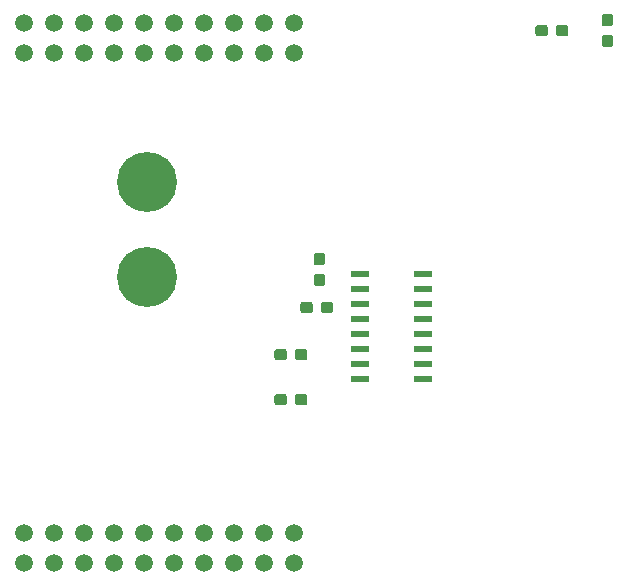
<source format=gbr>
G04 #@! TF.GenerationSoftware,KiCad,Pcbnew,(5.0.0)*
G04 #@! TF.CreationDate,2018-10-11T10:24:37-05:00*
G04 #@! TF.ProjectId,DriveBoard_Hardware,4472697665426F6172645F4861726477,rev?*
G04 #@! TF.SameCoordinates,Original*
G04 #@! TF.FileFunction,Paste,Top*
G04 #@! TF.FilePolarity,Positive*
%FSLAX46Y46*%
G04 Gerber Fmt 4.6, Leading zero omitted, Abs format (unit mm)*
G04 Created by KiCad (PCBNEW (5.0.0)) date 10/11/18 10:24:37*
%MOMM*%
%LPD*%
G01*
G04 APERTURE LIST*
%ADD10C,0.100000*%
%ADD11C,0.950000*%
%ADD12C,5.080000*%
%ADD13C,1.520000*%
%ADD14R,1.500000X0.600000*%
G04 APERTURE END LIST*
D10*
G04 #@! TO.C,C1*
G36*
X99193779Y-93481544D02*
X99216834Y-93484963D01*
X99239443Y-93490627D01*
X99261387Y-93498479D01*
X99282457Y-93508444D01*
X99302448Y-93520426D01*
X99321168Y-93534310D01*
X99338438Y-93549962D01*
X99354090Y-93567232D01*
X99367974Y-93585952D01*
X99379956Y-93605943D01*
X99389921Y-93627013D01*
X99397773Y-93648957D01*
X99403437Y-93671566D01*
X99406856Y-93694621D01*
X99408000Y-93717900D01*
X99408000Y-94292900D01*
X99406856Y-94316179D01*
X99403437Y-94339234D01*
X99397773Y-94361843D01*
X99389921Y-94383787D01*
X99379956Y-94404857D01*
X99367974Y-94424848D01*
X99354090Y-94443568D01*
X99338438Y-94460838D01*
X99321168Y-94476490D01*
X99302448Y-94490374D01*
X99282457Y-94502356D01*
X99261387Y-94512321D01*
X99239443Y-94520173D01*
X99216834Y-94525837D01*
X99193779Y-94529256D01*
X99170500Y-94530400D01*
X98695500Y-94530400D01*
X98672221Y-94529256D01*
X98649166Y-94525837D01*
X98626557Y-94520173D01*
X98604613Y-94512321D01*
X98583543Y-94502356D01*
X98563552Y-94490374D01*
X98544832Y-94476490D01*
X98527562Y-94460838D01*
X98511910Y-94443568D01*
X98498026Y-94424848D01*
X98486044Y-94404857D01*
X98476079Y-94383787D01*
X98468227Y-94361843D01*
X98462563Y-94339234D01*
X98459144Y-94316179D01*
X98458000Y-94292900D01*
X98458000Y-93717900D01*
X98459144Y-93694621D01*
X98462563Y-93671566D01*
X98468227Y-93648957D01*
X98476079Y-93627013D01*
X98486044Y-93605943D01*
X98498026Y-93585952D01*
X98511910Y-93567232D01*
X98527562Y-93549962D01*
X98544832Y-93534310D01*
X98563552Y-93520426D01*
X98583543Y-93508444D01*
X98604613Y-93498479D01*
X98626557Y-93490627D01*
X98649166Y-93484963D01*
X98672221Y-93481544D01*
X98695500Y-93480400D01*
X99170500Y-93480400D01*
X99193779Y-93481544D01*
X99193779Y-93481544D01*
G37*
D11*
X98933000Y-94005400D03*
D10*
G36*
X99193779Y-91731544D02*
X99216834Y-91734963D01*
X99239443Y-91740627D01*
X99261387Y-91748479D01*
X99282457Y-91758444D01*
X99302448Y-91770426D01*
X99321168Y-91784310D01*
X99338438Y-91799962D01*
X99354090Y-91817232D01*
X99367974Y-91835952D01*
X99379956Y-91855943D01*
X99389921Y-91877013D01*
X99397773Y-91898957D01*
X99403437Y-91921566D01*
X99406856Y-91944621D01*
X99408000Y-91967900D01*
X99408000Y-92542900D01*
X99406856Y-92566179D01*
X99403437Y-92589234D01*
X99397773Y-92611843D01*
X99389921Y-92633787D01*
X99379956Y-92654857D01*
X99367974Y-92674848D01*
X99354090Y-92693568D01*
X99338438Y-92710838D01*
X99321168Y-92726490D01*
X99302448Y-92740374D01*
X99282457Y-92752356D01*
X99261387Y-92762321D01*
X99239443Y-92770173D01*
X99216834Y-92775837D01*
X99193779Y-92779256D01*
X99170500Y-92780400D01*
X98695500Y-92780400D01*
X98672221Y-92779256D01*
X98649166Y-92775837D01*
X98626557Y-92770173D01*
X98604613Y-92762321D01*
X98583543Y-92752356D01*
X98563552Y-92740374D01*
X98544832Y-92726490D01*
X98527562Y-92710838D01*
X98511910Y-92693568D01*
X98498026Y-92674848D01*
X98486044Y-92654857D01*
X98476079Y-92633787D01*
X98468227Y-92611843D01*
X98462563Y-92589234D01*
X98459144Y-92566179D01*
X98458000Y-92542900D01*
X98458000Y-91967900D01*
X98459144Y-91944621D01*
X98462563Y-91921566D01*
X98468227Y-91898957D01*
X98476079Y-91877013D01*
X98486044Y-91855943D01*
X98498026Y-91835952D01*
X98511910Y-91817232D01*
X98527562Y-91799962D01*
X98544832Y-91784310D01*
X98563552Y-91770426D01*
X98583543Y-91758444D01*
X98604613Y-91748479D01*
X98626557Y-91740627D01*
X98649166Y-91734963D01*
X98672221Y-91731544D01*
X98695500Y-91730400D01*
X99170500Y-91730400D01*
X99193779Y-91731544D01*
X99193779Y-91731544D01*
G37*
D11*
X98933000Y-92255400D03*
G04 #@! TD*
D10*
G04 #@! TO.C,C2*
G36*
X97705779Y-103666144D02*
X97728834Y-103669563D01*
X97751443Y-103675227D01*
X97773387Y-103683079D01*
X97794457Y-103693044D01*
X97814448Y-103705026D01*
X97833168Y-103718910D01*
X97850438Y-103734562D01*
X97866090Y-103751832D01*
X97879974Y-103770552D01*
X97891956Y-103790543D01*
X97901921Y-103811613D01*
X97909773Y-103833557D01*
X97915437Y-103856166D01*
X97918856Y-103879221D01*
X97920000Y-103902500D01*
X97920000Y-104377500D01*
X97918856Y-104400779D01*
X97915437Y-104423834D01*
X97909773Y-104446443D01*
X97901921Y-104468387D01*
X97891956Y-104489457D01*
X97879974Y-104509448D01*
X97866090Y-104528168D01*
X97850438Y-104545438D01*
X97833168Y-104561090D01*
X97814448Y-104574974D01*
X97794457Y-104586956D01*
X97773387Y-104596921D01*
X97751443Y-104604773D01*
X97728834Y-104610437D01*
X97705779Y-104613856D01*
X97682500Y-104615000D01*
X97107500Y-104615000D01*
X97084221Y-104613856D01*
X97061166Y-104610437D01*
X97038557Y-104604773D01*
X97016613Y-104596921D01*
X96995543Y-104586956D01*
X96975552Y-104574974D01*
X96956832Y-104561090D01*
X96939562Y-104545438D01*
X96923910Y-104528168D01*
X96910026Y-104509448D01*
X96898044Y-104489457D01*
X96888079Y-104468387D01*
X96880227Y-104446443D01*
X96874563Y-104423834D01*
X96871144Y-104400779D01*
X96870000Y-104377500D01*
X96870000Y-103902500D01*
X96871144Y-103879221D01*
X96874563Y-103856166D01*
X96880227Y-103833557D01*
X96888079Y-103811613D01*
X96898044Y-103790543D01*
X96910026Y-103770552D01*
X96923910Y-103751832D01*
X96939562Y-103734562D01*
X96956832Y-103718910D01*
X96975552Y-103705026D01*
X96995543Y-103693044D01*
X97016613Y-103683079D01*
X97038557Y-103675227D01*
X97061166Y-103669563D01*
X97084221Y-103666144D01*
X97107500Y-103665000D01*
X97682500Y-103665000D01*
X97705779Y-103666144D01*
X97705779Y-103666144D01*
G37*
D11*
X97395000Y-104140000D03*
D10*
G36*
X95955779Y-103666144D02*
X95978834Y-103669563D01*
X96001443Y-103675227D01*
X96023387Y-103683079D01*
X96044457Y-103693044D01*
X96064448Y-103705026D01*
X96083168Y-103718910D01*
X96100438Y-103734562D01*
X96116090Y-103751832D01*
X96129974Y-103770552D01*
X96141956Y-103790543D01*
X96151921Y-103811613D01*
X96159773Y-103833557D01*
X96165437Y-103856166D01*
X96168856Y-103879221D01*
X96170000Y-103902500D01*
X96170000Y-104377500D01*
X96168856Y-104400779D01*
X96165437Y-104423834D01*
X96159773Y-104446443D01*
X96151921Y-104468387D01*
X96141956Y-104489457D01*
X96129974Y-104509448D01*
X96116090Y-104528168D01*
X96100438Y-104545438D01*
X96083168Y-104561090D01*
X96064448Y-104574974D01*
X96044457Y-104586956D01*
X96023387Y-104596921D01*
X96001443Y-104604773D01*
X95978834Y-104610437D01*
X95955779Y-104613856D01*
X95932500Y-104615000D01*
X95357500Y-104615000D01*
X95334221Y-104613856D01*
X95311166Y-104610437D01*
X95288557Y-104604773D01*
X95266613Y-104596921D01*
X95245543Y-104586956D01*
X95225552Y-104574974D01*
X95206832Y-104561090D01*
X95189562Y-104545438D01*
X95173910Y-104528168D01*
X95160026Y-104509448D01*
X95148044Y-104489457D01*
X95138079Y-104468387D01*
X95130227Y-104446443D01*
X95124563Y-104423834D01*
X95121144Y-104400779D01*
X95120000Y-104377500D01*
X95120000Y-103902500D01*
X95121144Y-103879221D01*
X95124563Y-103856166D01*
X95130227Y-103833557D01*
X95138079Y-103811613D01*
X95148044Y-103790543D01*
X95160026Y-103770552D01*
X95173910Y-103751832D01*
X95189562Y-103734562D01*
X95206832Y-103718910D01*
X95225552Y-103705026D01*
X95245543Y-103693044D01*
X95266613Y-103683079D01*
X95288557Y-103675227D01*
X95311166Y-103669563D01*
X95334221Y-103666144D01*
X95357500Y-103665000D01*
X95932500Y-103665000D01*
X95955779Y-103666144D01*
X95955779Y-103666144D01*
G37*
D11*
X95645000Y-104140000D03*
G04 #@! TD*
D10*
G04 #@! TO.C,C3*
G36*
X118053779Y-72424144D02*
X118076834Y-72427563D01*
X118099443Y-72433227D01*
X118121387Y-72441079D01*
X118142457Y-72451044D01*
X118162448Y-72463026D01*
X118181168Y-72476910D01*
X118198438Y-72492562D01*
X118214090Y-72509832D01*
X118227974Y-72528552D01*
X118239956Y-72548543D01*
X118249921Y-72569613D01*
X118257773Y-72591557D01*
X118263437Y-72614166D01*
X118266856Y-72637221D01*
X118268000Y-72660500D01*
X118268000Y-73135500D01*
X118266856Y-73158779D01*
X118263437Y-73181834D01*
X118257773Y-73204443D01*
X118249921Y-73226387D01*
X118239956Y-73247457D01*
X118227974Y-73267448D01*
X118214090Y-73286168D01*
X118198438Y-73303438D01*
X118181168Y-73319090D01*
X118162448Y-73332974D01*
X118142457Y-73344956D01*
X118121387Y-73354921D01*
X118099443Y-73362773D01*
X118076834Y-73368437D01*
X118053779Y-73371856D01*
X118030500Y-73373000D01*
X117455500Y-73373000D01*
X117432221Y-73371856D01*
X117409166Y-73368437D01*
X117386557Y-73362773D01*
X117364613Y-73354921D01*
X117343543Y-73344956D01*
X117323552Y-73332974D01*
X117304832Y-73319090D01*
X117287562Y-73303438D01*
X117271910Y-73286168D01*
X117258026Y-73267448D01*
X117246044Y-73247457D01*
X117236079Y-73226387D01*
X117228227Y-73204443D01*
X117222563Y-73181834D01*
X117219144Y-73158779D01*
X117218000Y-73135500D01*
X117218000Y-72660500D01*
X117219144Y-72637221D01*
X117222563Y-72614166D01*
X117228227Y-72591557D01*
X117236079Y-72569613D01*
X117246044Y-72548543D01*
X117258026Y-72528552D01*
X117271910Y-72509832D01*
X117287562Y-72492562D01*
X117304832Y-72476910D01*
X117323552Y-72463026D01*
X117343543Y-72451044D01*
X117364613Y-72441079D01*
X117386557Y-72433227D01*
X117409166Y-72427563D01*
X117432221Y-72424144D01*
X117455500Y-72423000D01*
X118030500Y-72423000D01*
X118053779Y-72424144D01*
X118053779Y-72424144D01*
G37*
D11*
X117743000Y-72898000D03*
D10*
G36*
X119803779Y-72424144D02*
X119826834Y-72427563D01*
X119849443Y-72433227D01*
X119871387Y-72441079D01*
X119892457Y-72451044D01*
X119912448Y-72463026D01*
X119931168Y-72476910D01*
X119948438Y-72492562D01*
X119964090Y-72509832D01*
X119977974Y-72528552D01*
X119989956Y-72548543D01*
X119999921Y-72569613D01*
X120007773Y-72591557D01*
X120013437Y-72614166D01*
X120016856Y-72637221D01*
X120018000Y-72660500D01*
X120018000Y-73135500D01*
X120016856Y-73158779D01*
X120013437Y-73181834D01*
X120007773Y-73204443D01*
X119999921Y-73226387D01*
X119989956Y-73247457D01*
X119977974Y-73267448D01*
X119964090Y-73286168D01*
X119948438Y-73303438D01*
X119931168Y-73319090D01*
X119912448Y-73332974D01*
X119892457Y-73344956D01*
X119871387Y-73354921D01*
X119849443Y-73362773D01*
X119826834Y-73368437D01*
X119803779Y-73371856D01*
X119780500Y-73373000D01*
X119205500Y-73373000D01*
X119182221Y-73371856D01*
X119159166Y-73368437D01*
X119136557Y-73362773D01*
X119114613Y-73354921D01*
X119093543Y-73344956D01*
X119073552Y-73332974D01*
X119054832Y-73319090D01*
X119037562Y-73303438D01*
X119021910Y-73286168D01*
X119008026Y-73267448D01*
X118996044Y-73247457D01*
X118986079Y-73226387D01*
X118978227Y-73204443D01*
X118972563Y-73181834D01*
X118969144Y-73158779D01*
X118968000Y-73135500D01*
X118968000Y-72660500D01*
X118969144Y-72637221D01*
X118972563Y-72614166D01*
X118978227Y-72591557D01*
X118986079Y-72569613D01*
X118996044Y-72548543D01*
X119008026Y-72528552D01*
X119021910Y-72509832D01*
X119037562Y-72492562D01*
X119054832Y-72476910D01*
X119073552Y-72463026D01*
X119093543Y-72451044D01*
X119114613Y-72441079D01*
X119136557Y-72433227D01*
X119159166Y-72427563D01*
X119182221Y-72424144D01*
X119205500Y-72423000D01*
X119780500Y-72423000D01*
X119803779Y-72424144D01*
X119803779Y-72424144D01*
G37*
D11*
X119493000Y-72898000D03*
G04 #@! TD*
D10*
G04 #@! TO.C,C4*
G36*
X98154179Y-95868344D02*
X98177234Y-95871763D01*
X98199843Y-95877427D01*
X98221787Y-95885279D01*
X98242857Y-95895244D01*
X98262848Y-95907226D01*
X98281568Y-95921110D01*
X98298838Y-95936762D01*
X98314490Y-95954032D01*
X98328374Y-95972752D01*
X98340356Y-95992743D01*
X98350321Y-96013813D01*
X98358173Y-96035757D01*
X98363837Y-96058366D01*
X98367256Y-96081421D01*
X98368400Y-96104700D01*
X98368400Y-96579700D01*
X98367256Y-96602979D01*
X98363837Y-96626034D01*
X98358173Y-96648643D01*
X98350321Y-96670587D01*
X98340356Y-96691657D01*
X98328374Y-96711648D01*
X98314490Y-96730368D01*
X98298838Y-96747638D01*
X98281568Y-96763290D01*
X98262848Y-96777174D01*
X98242857Y-96789156D01*
X98221787Y-96799121D01*
X98199843Y-96806973D01*
X98177234Y-96812637D01*
X98154179Y-96816056D01*
X98130900Y-96817200D01*
X97555900Y-96817200D01*
X97532621Y-96816056D01*
X97509566Y-96812637D01*
X97486957Y-96806973D01*
X97465013Y-96799121D01*
X97443943Y-96789156D01*
X97423952Y-96777174D01*
X97405232Y-96763290D01*
X97387962Y-96747638D01*
X97372310Y-96730368D01*
X97358426Y-96711648D01*
X97346444Y-96691657D01*
X97336479Y-96670587D01*
X97328627Y-96648643D01*
X97322963Y-96626034D01*
X97319544Y-96602979D01*
X97318400Y-96579700D01*
X97318400Y-96104700D01*
X97319544Y-96081421D01*
X97322963Y-96058366D01*
X97328627Y-96035757D01*
X97336479Y-96013813D01*
X97346444Y-95992743D01*
X97358426Y-95972752D01*
X97372310Y-95954032D01*
X97387962Y-95936762D01*
X97405232Y-95921110D01*
X97423952Y-95907226D01*
X97443943Y-95895244D01*
X97465013Y-95885279D01*
X97486957Y-95877427D01*
X97509566Y-95871763D01*
X97532621Y-95868344D01*
X97555900Y-95867200D01*
X98130900Y-95867200D01*
X98154179Y-95868344D01*
X98154179Y-95868344D01*
G37*
D11*
X97843400Y-96342200D03*
D10*
G36*
X99904179Y-95868344D02*
X99927234Y-95871763D01*
X99949843Y-95877427D01*
X99971787Y-95885279D01*
X99992857Y-95895244D01*
X100012848Y-95907226D01*
X100031568Y-95921110D01*
X100048838Y-95936762D01*
X100064490Y-95954032D01*
X100078374Y-95972752D01*
X100090356Y-95992743D01*
X100100321Y-96013813D01*
X100108173Y-96035757D01*
X100113837Y-96058366D01*
X100117256Y-96081421D01*
X100118400Y-96104700D01*
X100118400Y-96579700D01*
X100117256Y-96602979D01*
X100113837Y-96626034D01*
X100108173Y-96648643D01*
X100100321Y-96670587D01*
X100090356Y-96691657D01*
X100078374Y-96711648D01*
X100064490Y-96730368D01*
X100048838Y-96747638D01*
X100031568Y-96763290D01*
X100012848Y-96777174D01*
X99992857Y-96789156D01*
X99971787Y-96799121D01*
X99949843Y-96806973D01*
X99927234Y-96812637D01*
X99904179Y-96816056D01*
X99880900Y-96817200D01*
X99305900Y-96817200D01*
X99282621Y-96816056D01*
X99259566Y-96812637D01*
X99236957Y-96806973D01*
X99215013Y-96799121D01*
X99193943Y-96789156D01*
X99173952Y-96777174D01*
X99155232Y-96763290D01*
X99137962Y-96747638D01*
X99122310Y-96730368D01*
X99108426Y-96711648D01*
X99096444Y-96691657D01*
X99086479Y-96670587D01*
X99078627Y-96648643D01*
X99072963Y-96626034D01*
X99069544Y-96602979D01*
X99068400Y-96579700D01*
X99068400Y-96104700D01*
X99069544Y-96081421D01*
X99072963Y-96058366D01*
X99078627Y-96035757D01*
X99086479Y-96013813D01*
X99096444Y-95992743D01*
X99108426Y-95972752D01*
X99122310Y-95954032D01*
X99137962Y-95936762D01*
X99155232Y-95921110D01*
X99173952Y-95907226D01*
X99193943Y-95895244D01*
X99215013Y-95885279D01*
X99236957Y-95877427D01*
X99259566Y-95871763D01*
X99282621Y-95868344D01*
X99305900Y-95867200D01*
X99880900Y-95867200D01*
X99904179Y-95868344D01*
X99904179Y-95868344D01*
G37*
D11*
X99593400Y-96342200D03*
G04 #@! TD*
D10*
G04 #@! TO.C,C5*
G36*
X97705779Y-99856144D02*
X97728834Y-99859563D01*
X97751443Y-99865227D01*
X97773387Y-99873079D01*
X97794457Y-99883044D01*
X97814448Y-99895026D01*
X97833168Y-99908910D01*
X97850438Y-99924562D01*
X97866090Y-99941832D01*
X97879974Y-99960552D01*
X97891956Y-99980543D01*
X97901921Y-100001613D01*
X97909773Y-100023557D01*
X97915437Y-100046166D01*
X97918856Y-100069221D01*
X97920000Y-100092500D01*
X97920000Y-100567500D01*
X97918856Y-100590779D01*
X97915437Y-100613834D01*
X97909773Y-100636443D01*
X97901921Y-100658387D01*
X97891956Y-100679457D01*
X97879974Y-100699448D01*
X97866090Y-100718168D01*
X97850438Y-100735438D01*
X97833168Y-100751090D01*
X97814448Y-100764974D01*
X97794457Y-100776956D01*
X97773387Y-100786921D01*
X97751443Y-100794773D01*
X97728834Y-100800437D01*
X97705779Y-100803856D01*
X97682500Y-100805000D01*
X97107500Y-100805000D01*
X97084221Y-100803856D01*
X97061166Y-100800437D01*
X97038557Y-100794773D01*
X97016613Y-100786921D01*
X96995543Y-100776956D01*
X96975552Y-100764974D01*
X96956832Y-100751090D01*
X96939562Y-100735438D01*
X96923910Y-100718168D01*
X96910026Y-100699448D01*
X96898044Y-100679457D01*
X96888079Y-100658387D01*
X96880227Y-100636443D01*
X96874563Y-100613834D01*
X96871144Y-100590779D01*
X96870000Y-100567500D01*
X96870000Y-100092500D01*
X96871144Y-100069221D01*
X96874563Y-100046166D01*
X96880227Y-100023557D01*
X96888079Y-100001613D01*
X96898044Y-99980543D01*
X96910026Y-99960552D01*
X96923910Y-99941832D01*
X96939562Y-99924562D01*
X96956832Y-99908910D01*
X96975552Y-99895026D01*
X96995543Y-99883044D01*
X97016613Y-99873079D01*
X97038557Y-99865227D01*
X97061166Y-99859563D01*
X97084221Y-99856144D01*
X97107500Y-99855000D01*
X97682500Y-99855000D01*
X97705779Y-99856144D01*
X97705779Y-99856144D01*
G37*
D11*
X97395000Y-100330000D03*
D10*
G36*
X95955779Y-99856144D02*
X95978834Y-99859563D01*
X96001443Y-99865227D01*
X96023387Y-99873079D01*
X96044457Y-99883044D01*
X96064448Y-99895026D01*
X96083168Y-99908910D01*
X96100438Y-99924562D01*
X96116090Y-99941832D01*
X96129974Y-99960552D01*
X96141956Y-99980543D01*
X96151921Y-100001613D01*
X96159773Y-100023557D01*
X96165437Y-100046166D01*
X96168856Y-100069221D01*
X96170000Y-100092500D01*
X96170000Y-100567500D01*
X96168856Y-100590779D01*
X96165437Y-100613834D01*
X96159773Y-100636443D01*
X96151921Y-100658387D01*
X96141956Y-100679457D01*
X96129974Y-100699448D01*
X96116090Y-100718168D01*
X96100438Y-100735438D01*
X96083168Y-100751090D01*
X96064448Y-100764974D01*
X96044457Y-100776956D01*
X96023387Y-100786921D01*
X96001443Y-100794773D01*
X95978834Y-100800437D01*
X95955779Y-100803856D01*
X95932500Y-100805000D01*
X95357500Y-100805000D01*
X95334221Y-100803856D01*
X95311166Y-100800437D01*
X95288557Y-100794773D01*
X95266613Y-100786921D01*
X95245543Y-100776956D01*
X95225552Y-100764974D01*
X95206832Y-100751090D01*
X95189562Y-100735438D01*
X95173910Y-100718168D01*
X95160026Y-100699448D01*
X95148044Y-100679457D01*
X95138079Y-100658387D01*
X95130227Y-100636443D01*
X95124563Y-100613834D01*
X95121144Y-100590779D01*
X95120000Y-100567500D01*
X95120000Y-100092500D01*
X95121144Y-100069221D01*
X95124563Y-100046166D01*
X95130227Y-100023557D01*
X95138079Y-100001613D01*
X95148044Y-99980543D01*
X95160026Y-99960552D01*
X95173910Y-99941832D01*
X95189562Y-99924562D01*
X95206832Y-99908910D01*
X95225552Y-99895026D01*
X95245543Y-99883044D01*
X95266613Y-99873079D01*
X95288557Y-99865227D01*
X95311166Y-99859563D01*
X95334221Y-99856144D01*
X95357500Y-99855000D01*
X95932500Y-99855000D01*
X95955779Y-99856144D01*
X95955779Y-99856144D01*
G37*
D11*
X95645000Y-100330000D03*
G04 #@! TD*
D10*
G04 #@! TO.C,C6*
G36*
X123577779Y-71499144D02*
X123600834Y-71502563D01*
X123623443Y-71508227D01*
X123645387Y-71516079D01*
X123666457Y-71526044D01*
X123686448Y-71538026D01*
X123705168Y-71551910D01*
X123722438Y-71567562D01*
X123738090Y-71584832D01*
X123751974Y-71603552D01*
X123763956Y-71623543D01*
X123773921Y-71644613D01*
X123781773Y-71666557D01*
X123787437Y-71689166D01*
X123790856Y-71712221D01*
X123792000Y-71735500D01*
X123792000Y-72310500D01*
X123790856Y-72333779D01*
X123787437Y-72356834D01*
X123781773Y-72379443D01*
X123773921Y-72401387D01*
X123763956Y-72422457D01*
X123751974Y-72442448D01*
X123738090Y-72461168D01*
X123722438Y-72478438D01*
X123705168Y-72494090D01*
X123686448Y-72507974D01*
X123666457Y-72519956D01*
X123645387Y-72529921D01*
X123623443Y-72537773D01*
X123600834Y-72543437D01*
X123577779Y-72546856D01*
X123554500Y-72548000D01*
X123079500Y-72548000D01*
X123056221Y-72546856D01*
X123033166Y-72543437D01*
X123010557Y-72537773D01*
X122988613Y-72529921D01*
X122967543Y-72519956D01*
X122947552Y-72507974D01*
X122928832Y-72494090D01*
X122911562Y-72478438D01*
X122895910Y-72461168D01*
X122882026Y-72442448D01*
X122870044Y-72422457D01*
X122860079Y-72401387D01*
X122852227Y-72379443D01*
X122846563Y-72356834D01*
X122843144Y-72333779D01*
X122842000Y-72310500D01*
X122842000Y-71735500D01*
X122843144Y-71712221D01*
X122846563Y-71689166D01*
X122852227Y-71666557D01*
X122860079Y-71644613D01*
X122870044Y-71623543D01*
X122882026Y-71603552D01*
X122895910Y-71584832D01*
X122911562Y-71567562D01*
X122928832Y-71551910D01*
X122947552Y-71538026D01*
X122967543Y-71526044D01*
X122988613Y-71516079D01*
X123010557Y-71508227D01*
X123033166Y-71502563D01*
X123056221Y-71499144D01*
X123079500Y-71498000D01*
X123554500Y-71498000D01*
X123577779Y-71499144D01*
X123577779Y-71499144D01*
G37*
D11*
X123317000Y-72023000D03*
D10*
G36*
X123577779Y-73249144D02*
X123600834Y-73252563D01*
X123623443Y-73258227D01*
X123645387Y-73266079D01*
X123666457Y-73276044D01*
X123686448Y-73288026D01*
X123705168Y-73301910D01*
X123722438Y-73317562D01*
X123738090Y-73334832D01*
X123751974Y-73353552D01*
X123763956Y-73373543D01*
X123773921Y-73394613D01*
X123781773Y-73416557D01*
X123787437Y-73439166D01*
X123790856Y-73462221D01*
X123792000Y-73485500D01*
X123792000Y-74060500D01*
X123790856Y-74083779D01*
X123787437Y-74106834D01*
X123781773Y-74129443D01*
X123773921Y-74151387D01*
X123763956Y-74172457D01*
X123751974Y-74192448D01*
X123738090Y-74211168D01*
X123722438Y-74228438D01*
X123705168Y-74244090D01*
X123686448Y-74257974D01*
X123666457Y-74269956D01*
X123645387Y-74279921D01*
X123623443Y-74287773D01*
X123600834Y-74293437D01*
X123577779Y-74296856D01*
X123554500Y-74298000D01*
X123079500Y-74298000D01*
X123056221Y-74296856D01*
X123033166Y-74293437D01*
X123010557Y-74287773D01*
X122988613Y-74279921D01*
X122967543Y-74269956D01*
X122947552Y-74257974D01*
X122928832Y-74244090D01*
X122911562Y-74228438D01*
X122895910Y-74211168D01*
X122882026Y-74192448D01*
X122870044Y-74172457D01*
X122860079Y-74151387D01*
X122852227Y-74129443D01*
X122846563Y-74106834D01*
X122843144Y-74083779D01*
X122842000Y-74060500D01*
X122842000Y-73485500D01*
X122843144Y-73462221D01*
X122846563Y-73439166D01*
X122852227Y-73416557D01*
X122860079Y-73394613D01*
X122870044Y-73373543D01*
X122882026Y-73353552D01*
X122895910Y-73334832D01*
X122911562Y-73317562D01*
X122928832Y-73301910D01*
X122947552Y-73288026D01*
X122967543Y-73276044D01*
X122988613Y-73266079D01*
X123010557Y-73258227D01*
X123033166Y-73252563D01*
X123056221Y-73249144D01*
X123079500Y-73248000D01*
X123554500Y-73248000D01*
X123577779Y-73249144D01*
X123577779Y-73249144D01*
G37*
D11*
X123317000Y-73773000D03*
G04 #@! TD*
D12*
G04 #@! TO.C,Conn1*
X84353400Y-93727000D03*
X84353400Y-85726000D03*
G04 #@! TD*
D13*
G04 #@! TO.C,U1*
X73914000Y-117983000D03*
X96774000Y-72263000D03*
X94234000Y-72263000D03*
X86614000Y-72263000D03*
X84074000Y-115443000D03*
X89154000Y-72263000D03*
X91694000Y-72263000D03*
X89154000Y-117983000D03*
X94234000Y-115443000D03*
X84074000Y-72263000D03*
X81534000Y-72263000D03*
X94234000Y-117983000D03*
X89154000Y-115443000D03*
X86614000Y-115443000D03*
X73914000Y-115443000D03*
X76454000Y-115443000D03*
X78994000Y-115443000D03*
X81534000Y-115443000D03*
X91694000Y-115443000D03*
X96774000Y-115443000D03*
X76454000Y-117983000D03*
X78994000Y-117983000D03*
X81534000Y-117983000D03*
X84074000Y-117983000D03*
X86614000Y-117983000D03*
X91694000Y-117983000D03*
X96774000Y-117983000D03*
X73914000Y-74803000D03*
X76454000Y-74803000D03*
X78994000Y-74803000D03*
X81534000Y-74803000D03*
X84074000Y-74803000D03*
X86614000Y-74803000D03*
X89154000Y-74803000D03*
X91694000Y-74803000D03*
X94234000Y-74803000D03*
X96774000Y-74803000D03*
X73914000Y-72263000D03*
X76454000Y-72263000D03*
X78994000Y-72263000D03*
G04 #@! TD*
D14*
G04 #@! TO.C,U2*
X102329000Y-93472000D03*
X102329000Y-94742000D03*
X102329000Y-96012000D03*
X102329000Y-97282000D03*
X102329000Y-98552000D03*
X102329000Y-99822000D03*
X102329000Y-101092000D03*
X102329000Y-102362000D03*
X107729000Y-102362000D03*
X107729000Y-101092000D03*
X107729000Y-99822000D03*
X107729000Y-98552000D03*
X107729000Y-97282000D03*
X107729000Y-96012000D03*
X107729000Y-94742000D03*
X107729000Y-93472000D03*
G04 #@! TD*
M02*

</source>
